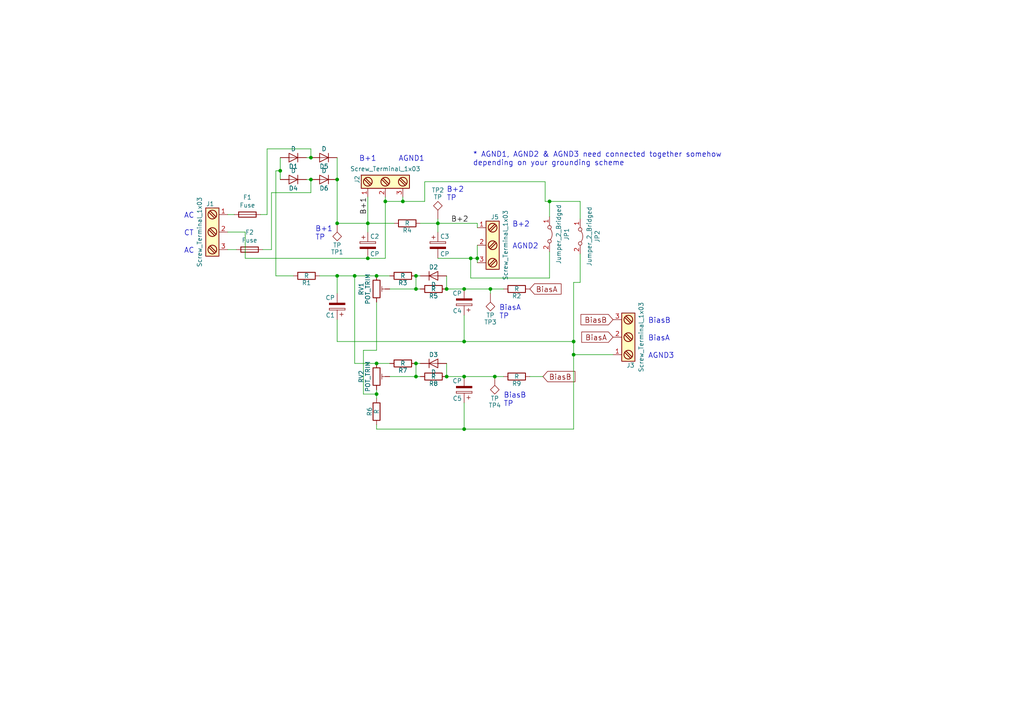
<source format=kicad_sch>
(kicad_sch (version 20211123) (generator eeschema)
  (paper "A4")
  (lib_symbols
    (symbol "Device:Fuse" (pin_numbers hide) (pin_names (offset 0))
      (property "Reference" "F" (at 2.032 0 90))
      (property "Value" "Fuse" (at -1.905 0 90))
      (symbol "Fuse_0_1"
        (rectangle (start -0.762 -2.54) (end 0.762 2.54) (stroke (width 0.254)))
        (polyline (pts (xy 0 2.54) (xy 0 -2.54)))
      )
      (symbol "Fuse_1_1"
        (pin passive line (at 0 3.81 270) (length 1.27) (name "~") (number "1"))
        (pin passive line (at 0 -3.81 90) (length 1.27) (name "~") (number "2"))
      )
    )
    (symbol "Jumper:Jumper_2_Bridged" (pin_names (offset 0) hide)
      (property "Reference" "JP" (at 0 1.905 0))
      (property "Value" "Jumper_2_Bridged" (at 0 -2.54 0))
      (symbol "Jumper_2_Bridged_0_0"
        (circle (center -2.032 0) (radius 0.508))
        (circle (center 2.032 0) (radius 0.508))
      )
      (symbol "Jumper_2_Bridged_0_1"
        (arc (start 1.524 0.254) (mid 0 0.762) (end -1.524 0.254))
      )
      (symbol "Jumper_2_Bridged_1_1"
        (pin passive line (at -5.08 0 0) (length 2.54) (name "A") (number "1"))
        (pin passive line (at 5.08 0 180) (length 2.54) (name "B") (number "2"))
      )
    )
    (symbol "PowerSupply-rescue:CP-device" (pin_numbers hide) (pin_names (offset 0.254))
      (property "Reference" "C" (at 0.635 2.54 0))
      (property "Value" "CP-device" (at 0.635 -2.54 0))
      (symbol "CP-device_0_1"
        (rectangle (start -2.286 0.508) (end -2.286 1.016))
        (rectangle (start -2.286 0.508) (end 2.286 0.508))
        (polyline (pts (xy -1.778 2.286) (xy -0.762 2.286)))
        (polyline (pts (xy -1.27 2.794) (xy -1.27 1.778)))
        (rectangle (start 2.286 -0.508) (end -2.286 -1.016) (fill (type outline)))
        (rectangle (start 2.286 1.016) (end -2.286 1.016))
        (rectangle (start 2.286 1.016) (end 2.286 0.508))
      )
      (symbol "CP-device_1_1"
        (pin passive line (at 0 3.81 270) (length 2.794) (name "~") (number "1"))
        (pin passive line (at 0 -3.81 90) (length 2.794) (name "~") (number "2"))
      )
    )
    (symbol "PowerSupply-rescue:D-device" (pin_numbers hide) (pin_names (offset 1.016) hide)
      (property "Reference" "D" (at 0 2.54 0))
      (property "Value" "D-device" (at 0 -2.54 0))
      (symbol "D-device_0_1"
        (polyline (pts (xy -1.27 1.27) (xy -1.27 -1.27)) (stroke (width 0.2032)))
        (polyline (pts (xy 1.27 0) (xy -1.27 0)))
        (polyline (pts (xy 1.27 1.27) (xy 1.27 -1.27) (xy -1.27 0) (xy 1.27 1.27)) (stroke (width 0.2032)))
      )
      (symbol "D-device_1_1"
        (pin passive line (at -3.81 0 0) (length 2.54) (name "K") (number "1"))
        (pin passive line (at 3.81 0 180) (length 2.54) (name "A") (number "2"))
      )
    )
    (symbol "PowerSupply-rescue:POT_TRIM" (pin_numbers hide) (pin_names (offset 1.016) hide)
      (property "Reference" "RV" (at -4.445 0 90))
      (property "Value" "POT_TRIM" (at -2.54 0 90))
      (symbol "POT_TRIM_0_1"
        (polyline (pts (xy 1.524 0.762) (xy 1.524 -0.762)))
        (polyline (pts (xy 2.54 0) (xy 1.524 0)))
        (rectangle (start 1.016 2.54) (end -1.016 -2.54) (stroke (width 0.254)))
      )
      (symbol "POT_TRIM_1_1"
        (pin passive line (at 0 3.81 270) (length 1.27) (name "1") (number "1"))
        (pin passive line (at 3.81 0 180) (length 1.27) (name "2") (number "2"))
        (pin passive line (at 0 -3.81 90) (length 1.27) (name "3") (number "3"))
      )
    )
    (symbol "PowerSupply-rescue:R-device" (pin_numbers hide) (pin_names (offset 0))
      (property "Reference" "R" (at 2.032 0 90))
      (property "Value" "R-device" (at 0 0 90))
      (symbol "R-device_0_1"
        (rectangle (start -1.016 -2.54) (end 1.016 2.54) (stroke (width 0.254)))
      )
      (symbol "R-device_1_1"
        (pin passive line (at 0 3.81 270) (length 1.27) (name "~") (number "1"))
        (pin passive line (at 0 -3.81 90) (length 1.27) (name "~") (number "2"))
      )
    )
    (symbol "PowerSupply-rescue:Screw_Terminal_1x03" (pin_names (offset 0.762) hide)
      (property "Reference" "J" (at 0 8.89 0))
      (property "Value" "Screw_Terminal_1x03" (at -3.81 0 90))
      (symbol "Screw_Terminal_1x03_0_1"
        (rectangle (start -1.27 6.985) (end 2.54 -6.985) (stroke (width 0.254)) (fill (type background)))
        (polyline (pts (xy -0.381 0.635) (xy 1.27 -1.016)) (stroke (width 0.254)))
        (polyline (pts (xy 0 -4.064) (xy 1.651 -5.715)) (stroke (width 0.254)))
        (polyline (pts (xy 0 6.096) (xy 1.651 4.445)) (stroke (width 0.254)))
        (polyline (pts (xy 1.27 -6.096) (xy -0.381 -4.445)) (stroke (width 0.254)))
        (polyline (pts (xy 1.27 4.064) (xy -0.381 5.715)) (stroke (width 0.254)))
        (polyline (pts (xy 1.651 -0.635) (xy 0 1.016)) (stroke (width 0.254)))
        (circle (center 0.635 -5.08) (radius 1.27) (stroke (width 0.254)))
        (circle (center 0.635 0) (radius 1.27) (stroke (width 0.254)))
        (circle (center 0.635 5.08) (radius 1.27) (stroke (width 0.254)))
      )
      (symbol "Screw_Terminal_1x03_1_1"
        (pin passive line (at 5.08 5.08 180) (length 2.54) (name "~") (number "1"))
        (pin passive line (at 5.08 0 180) (length 2.54) (name "~") (number "2"))
        (pin passive line (at 5.08 -5.08 180) (length 2.54) (name "~") (number "3"))
      )
    )
    (symbol "PowerSupply-rescue:TEST" (pin_numbers hide) (pin_names (offset 1.016) hide)
      (property "Reference" "TP" (at 0 7.62 0))
      (property "Value" "TEST" (at 0 6.35 0))
      (symbol "TEST_0_1"
        (polyline (pts (xy 0 5.08) (xy -1.27 3.81) (xy 0 2.54) (xy 1.27 3.81) (xy 0 5.08) (xy 0 5.08)))
      )
      (symbol "TEST_1_1"
        (pin passive line (at 0 0 90) (length 2.54) (name "~") (number "1"))
      )
    )
  )
  (junction (at 159.385 58.42))
  (junction (at 127 64.77))
  (junction (at 166.37 99.06))
  (junction (at 129.54 83.82))
  (junction (at 166.37 102.87))
  (junction (at 116.84 58.42))
  (junction (at 97.79 52.07))
  (junction (at 97.79 80.01))
  (junction (at 120.65 105.41))
  (junction (at 129.54 109.22))
  (junction (at 143.51 109.22))
  (junction (at 106.68 64.77))
  (junction (at 90.17 45.72))
  (junction (at 136.525 74.93))
  (junction (at 120.65 80.01))
  (junction (at 134.62 99.06))
  (junction (at 134.62 124.46))
  (junction (at 109.22 105.41))
  (junction (at 134.62 109.22))
  (junction (at 142.24 83.82))
  (junction (at 81.28 49.53))
  (junction (at 120.65 83.82))
  (junction (at 138.43 74.93))
  (junction (at 111.76 58.42))
  (junction (at 109.22 80.01))
  (junction (at 109.22 114.3))
  (junction (at 90.17 52.07))
  (junction (at 106.68 74.93))
  (junction (at 97.79 64.77))
  (junction (at 102.87 80.01))
  (junction (at 134.62 83.82))
  (junction (at 120.65 109.22))
  (wire (pts (xy 143.51 109.22) (xy 146.05 109.22)))
  (wire (pts (xy 113.03 109.22) (xy 120.65 109.22)))
  (wire (pts (xy 109.22 105.41) (xy 113.03 105.41)))
  (wire (pts (xy 66.04 67.31) (xy 71.12 67.31)))
  (wire (pts (xy 71.12 67.31) (xy 71.12 74.93)))
  (wire (pts (xy 109.22 113.03) (xy 109.22 114.3)))
  (wire (pts (xy 90.17 52.07) (xy 88.9 52.07)))
  (wire (pts (xy 168.275 63.5) (xy 168.275 58.42)))
  (wire (pts (xy 106.68 57.15) (xy 106.68 64.77)))
  (wire (pts (xy 134.62 124.46) (xy 134.62 116.84)))
  (wire (pts (xy 127 63.5) (xy 127 64.77)))
  (wire (pts (xy 109.22 101.6) (xy 105.41 101.6)))
  (wire (pts (xy 129.54 109.22) (xy 134.62 109.22)))
  (wire (pts (xy 121.92 64.77) (xy 127 64.77)))
  (wire (pts (xy 120.65 109.22) (xy 120.65 105.41)))
  (wire (pts (xy 120.65 80.01) (xy 121.92 80.01)))
  (wire (pts (xy 120.65 109.22) (xy 121.92 109.22)))
  (wire (pts (xy 109.22 124.46) (xy 109.22 123.19)))
  (wire (pts (xy 166.37 102.87) (xy 177.8 102.87)))
  (wire (pts (xy 134.62 99.06) (xy 134.62 91.44)))
  (wire (pts (xy 97.79 52.07) (xy 97.79 64.77)))
  (wire (pts (xy 77.47 43.18) (xy 90.17 43.18)))
  (wire (pts (xy 105.41 114.3) (xy 109.22 114.3)))
  (wire (pts (xy 102.87 105.41) (xy 109.22 105.41)))
  (wire (pts (xy 127 64.77) (xy 138.43 64.77)))
  (wire (pts (xy 134.62 109.22) (xy 143.51 109.22)))
  (wire (pts (xy 113.03 83.82) (xy 120.65 83.82)))
  (wire (pts (xy 97.79 80.01) (xy 102.87 80.01)))
  (wire (pts (xy 120.65 83.82) (xy 121.92 83.82)))
  (wire (pts (xy 120.65 83.82) (xy 120.65 80.01)))
  (wire (pts (xy 116.84 58.42) (xy 123.19 58.42)))
  (wire (pts (xy 138.43 74.93) (xy 136.525 74.93)))
  (wire (pts (xy 105.41 101.6) (xy 105.41 114.3)))
  (wire (pts (xy 90.17 45.72) (xy 88.9 45.72)))
  (wire (pts (xy 97.79 99.06) (xy 97.79 92.71)))
  (wire (pts (xy 111.76 74.93) (xy 111.76 58.42)))
  (wire (pts (xy 97.79 45.72) (xy 97.79 52.07)))
  (wire (pts (xy 127 64.77) (xy 127 67.31)))
  (wire (pts (xy 67.945 62.23) (xy 66.04 62.23)))
  (wire (pts (xy 158.115 52.705) (xy 158.115 58.42)))
  (wire (pts (xy 129.54 80.01) (xy 129.54 83.82)))
  (wire (pts (xy 77.47 62.23) (xy 75.565 62.23)))
  (wire (pts (xy 76.2 72.39) (xy 78.74 72.39)))
  (wire (pts (xy 166.37 81.915) (xy 168.275 81.915)))
  (wire (pts (xy 92.71 80.01) (xy 97.79 80.01)))
  (wire (pts (xy 78.74 72.39) (xy 78.74 55.88)))
  (wire (pts (xy 90.17 55.88) (xy 90.17 52.07)))
  (wire (pts (xy 81.28 45.72) (xy 81.28 49.53)))
  (wire (pts (xy 97.79 99.06) (xy 134.62 99.06)))
  (wire (pts (xy 102.87 80.01) (xy 102.87 105.41)))
  (wire (pts (xy 97.79 80.01) (xy 97.79 85.09)))
  (wire (pts (xy 166.37 99.06) (xy 166.37 102.87)))
  (wire (pts (xy 81.28 49.53) (xy 81.28 52.07)))
  (wire (pts (xy 106.68 74.93) (xy 111.76 74.93)))
  (wire (pts (xy 138.43 64.77) (xy 138.43 66.04)))
  (wire (pts (xy 142.24 83.82) (xy 146.05 83.82)))
  (wire (pts (xy 109.22 80.01) (xy 113.03 80.01)))
  (wire (pts (xy 136.525 80.645) (xy 136.525 74.93)))
  (wire (pts (xy 81.28 49.53) (xy 80.01 49.53)))
  (wire (pts (xy 71.12 74.93) (xy 106.68 74.93)))
  (wire (pts (xy 80.01 80.01) (xy 85.09 80.01)))
  (wire (pts (xy 102.87 80.01) (xy 109.22 80.01)))
  (wire (pts (xy 116.84 58.42) (xy 116.84 57.15)))
  (wire (pts (xy 158.115 58.42) (xy 159.385 58.42)))
  (wire (pts (xy 106.68 64.77) (xy 106.68 67.31)))
  (wire (pts (xy 153.67 109.22) (xy 157.48 109.22)))
  (wire (pts (xy 159.385 62.865) (xy 159.385 58.42)))
  (wire (pts (xy 78.74 55.88) (xy 90.17 55.88)))
  (wire (pts (xy 120.65 105.41) (xy 121.92 105.41)))
  (wire (pts (xy 138.43 74.93) (xy 138.43 76.2)))
  (wire (pts (xy 129.54 83.82) (xy 134.62 83.82)))
  (wire (pts (xy 136.525 80.645) (xy 159.385 80.645)))
  (wire (pts (xy 123.19 52.705) (xy 158.115 52.705)))
  (wire (pts (xy 134.62 124.46) (xy 109.22 124.46)))
  (wire (pts (xy 109.22 114.3) (xy 109.22 115.57)))
  (wire (pts (xy 142.24 85.09) (xy 142.24 83.82)))
  (wire (pts (xy 80.01 49.53) (xy 80.01 80.01)))
  (wire (pts (xy 66.04 72.39) (xy 68.58 72.39)))
  (wire (pts (xy 111.76 58.42) (xy 116.84 58.42)))
  (wire (pts (xy 109.22 87.63) (xy 109.22 101.6)))
  (wire (pts (xy 166.37 124.46) (xy 134.62 124.46)))
  (wire (pts (xy 134.62 83.82) (xy 142.24 83.82)))
  (wire (pts (xy 159.385 73.025) (xy 159.385 80.645)))
  (wire (pts (xy 106.68 64.77) (xy 114.3 64.77)))
  (wire (pts (xy 77.47 43.18) (xy 77.47 62.23)))
  (wire (pts (xy 138.43 71.12) (xy 138.43 74.93)))
  (wire (pts (xy 136.525 74.93) (xy 127 74.93)))
  (wire (pts (xy 134.62 99.06) (xy 166.37 99.06)))
  (wire (pts (xy 166.37 99.06) (xy 166.37 81.915)))
  (wire (pts (xy 123.19 58.42) (xy 123.19 52.705)))
  (wire (pts (xy 168.275 81.915) (xy 168.275 73.66)))
  (wire (pts (xy 97.79 64.77) (xy 106.68 64.77)))
  (wire (pts (xy 111.76 58.42) (xy 111.76 57.15)))
  (wire (pts (xy 129.54 105.41) (xy 129.54 109.22)))
  (wire (pts (xy 166.37 102.87) (xy 166.37 124.46)))
  (wire (pts (xy 90.17 43.18) (xy 90.17 45.72)))
  (wire (pts (xy 159.385 58.42) (xy 168.275 58.42)))
  (text "B+2\nTP" (at 129.54 58.42 0) (effects (font (size 1.524 1.524)) (justify left bottom)))
  (text "B+1\nTP" (at 91.44 69.85 0) (effects (font (size 1.524 1.524)) (justify left bottom)))
  (text "AC" (at 53.34 63.5 0) (effects (font (size 1.524 1.524)) (justify left bottom)))
  (text "BiasB" (at 187.96 93.98 0) (effects (font (size 1.524 1.524)) (justify left bottom)))
  (text "AC" (at 53.34 73.66 0) (effects (font (size 1.524 1.524)) (justify left bottom)))
  (text "BiasA\nTP" (at 144.78 92.71 0) (effects (font (size 1.524 1.524)) (justify left bottom)))
  (text "* AGND1, AGND2 & AGND3 need connected together somehow\ndepending on your grounding scheme" (at 137.16 48.26 0) (effects (font (size 1.524 1.524)) (justify left bottom)))
  (text "AGND2" (at 148.59 72.39 0) (effects (font (size 1.524 1.524)) (justify left bottom)))
  (text "B+2" (at 148.59 66.04 0) (effects (font (size 1.524 1.524)) (justify left bottom)))
  (text "BiasB\nTP" (at 146.05 118.11 0) (effects (font (size 1.524 1.524)) (justify left bottom)))
  (text "B+1" (at 104.14 46.99 0) (effects (font (size 1.524 1.524)) (justify left bottom)))
  (text "BiasA" (at 187.96 99.06 0) (effects (font (size 1.524 1.524)) (justify left bottom)))
  (text "AGND1" (at 115.57 46.99 0) (effects (font (size 1.524 1.524)) (justify left bottom)))
  (text "CT" (at 53.34 68.58 0) (effects (font (size 1.524 1.524)) (justify left bottom)))
  (text "AGND3" (at 187.96 104.14 0) (effects (font (size 1.524 1.524)) (justify left bottom)))
  (label "B+1" (at 106.68 62.23 90) (effects (font (size 1.524 1.524))))
  (label "B+2" (at 130.81 64.77 0) (effects (font (size 1.524 1.524))))
  (global_label "BiasA" (shape input) (at 177.8 97.79 180) (effects (font (size 1.524 1.524))) (property "Intersheet References" "${INTERSHEET_REFS}" (effects hide)))
  (global_label "BiasB" (shape input) (at 177.8 92.71 180) (effects (font (size 1.524 1.524))) (property "Intersheet References" "${INTERSHEET_REFS}" (effects hide)))
  (global_label "BiasA" (shape input) (at 153.67 83.82 0) (effects (font (size 1.524 1.524))) (property "Intersheet References" "${INTERSHEET_REFS}" (effects hide)))
  (global_label "BiasB" (shape input) (at 157.48 109.22 0) (effects (font (size 1.524 1.524))) (property "Intersheet References" "${INTERSHEET_REFS}" (effects hide)))
  (symbol (lib_id "PowerSupply-rescue:CP-device") (at 106.68 71.12 0) (unit 1)
    (property "Reference" "C2" (at 107.315 68.58 0) (effects (justify left)))
    (property "Value" "CP" (at 107.315 73.66 0) (effects (justify left)))
    (property "Footprint" "Capacitor_THT:CP_Radial_D18.0mm_P7.50mm" (effects hide))
  )
  (symbol (lib_id "PowerSupply-rescue:CP-device") (at 127 71.12 0) (unit 1)
    (property "Reference" "C3" (at 127.635 68.58 0) (effects (justify left)))
    (property "Value" "CP" (at 127.635 73.66 0) (effects (justify left)))
    (property "Footprint" "Capacitor_THT:CP_Radial_D18.0mm_P7.50mm" (effects hide))
  )
  (symbol (lib_id "PowerSupply-rescue:CP-device") (at 97.79 88.9 180) (unit 1)
    (property "Reference" "C1" (at 97.155 91.44 0) (effects (justify left)))
    (property "Value" "CP" (at 97.155 86.36 0) (effects (justify left)))
    (property "Footprint" "Capacitors_THT:CP_Radial_D10.0mm_P2.50mm_P5.00mm" (effects hide))
    (property "MFR" "Nichicon" (effects hide))
    (property "MPN" "UPW2C100MPD" (effects hide))
    (property "SPN" "647-UPW2C100MPD" (effects hide))
  )
  (symbol (lib_id "PowerSupply-rescue:R-device") (at 118.11 64.77 270) (unit 1)
    (property "Reference" "R4" (at 118.11 66.802 90))
    (property "Value" "R" (at 118.11 64.77 90))
    (property "Footprint" "Resistor_THT:R_Axial_Power_L48.0mm_W12.5mm_P55.88mm" (effects hide))
  )
  (symbol (lib_id "PowerSupply-rescue:Screw_Terminal_1x03") (at 60.96 67.31 0) (unit 1)
    (property "Reference" "J1" (at 60.96 58.42 0) (effects (justify top)))
    (property "Value" "Screw_Terminal_1x03" (at 57.15 67.31 90) (effects (justify top)))
    (property "Footprint" "Connectors_Phoenix:PhoenixContact_MCV-G_03x5.08mm_Vertical" (effects hide))
    (property "MPN" "1729131" (effects hide))
    (property "SPN" "651-1729131" (effects hide))
  )
  (symbol (lib_id "PowerSupply-rescue:R-device") (at 88.9 80.01 270) (unit 1)
    (property "Reference" "R1" (at 88.9 82.042 90))
    (property "Value" "R" (at 88.9 80.01 90))
    (property "Footprint" "Resistor_THT:R_Axial_DIN0516_L15.5mm_D5.0mm_P20.32mm_Horizontal" (effects hide))
  )
  (symbol (lib_id "PowerSupply-rescue:POT_TRIM") (at 109.22 83.82 0) (unit 1)
    (property "Reference" "RV1" (at 104.775 83.82 90))
    (property "Value" "POT_TRIM" (at 106.68 83.82 90))
    (property "Footprint" "Potentiometers:Potentiometer_Trimmer_Bourns_3339S_Vertical" (effects hide))
    (property "MFR" "Bournes" (effects hide))
    (property "MPN" "3386P-1-103TLF" (effects hide))
    (property "SPN" "652-3386P-1-103TLF" (effects hide))
  )
  (symbol (lib_id "PowerSupply-rescue:R-device") (at 116.84 80.01 270) (unit 1)
    (property "Reference" "R3" (at 116.84 82.042 90))
    (property "Value" "R" (at 116.84 80.01 90))
    (property "Footprint" "Resistors_THT:R_Axial_DIN0309_L9.0mm_D3.2mm_P12.70mm_Horizontal" (effects hide))
  )
  (symbol (lib_id "PowerSupply-rescue:CP-device") (at 134.62 87.63 180) (unit 1)
    (property "Reference" "C4" (at 133.985 90.17 0) (effects (justify left)))
    (property "Value" "CP" (at 133.985 85.09 0) (effects (justify left)))
    (property "Footprint" "Capacitors_THT:CP_Radial_D10.0mm_P2.50mm_P5.00mm" (effects hide))
    (property "MFR" "Nichicon" (effects hide))
    (property "MPN" "UPW2C100MPD" (effects hide))
    (property "SPN" "647-UPW2C100MPD" (effects hide))
  )
  (symbol (lib_id "PowerSupply-rescue:R-device") (at 125.73 83.82 270) (unit 1)
    (property "Reference" "R5" (at 125.73 85.852 90))
    (property "Value" "R" (at 125.73 83.82 90))
    (property "Footprint" "Resistors_THT:R_Axial_DIN0309_L9.0mm_D3.2mm_P12.70mm_Horizontal" (effects hide))
  )
  (symbol (lib_id "PowerSupply-rescue:D-device") (at 125.73 80.01 0) (unit 1)
    (property "Reference" "D2" (at 125.73 77.47 0))
    (property "Value" "D" (at 125.73 82.55 0))
    (property "Footprint" "Diodes_THT:Diode_DO-41_SOD81_Horizontal_RM10" (effects hide))
  )
  (symbol (lib_id "PowerSupply-rescue:POT_TRIM") (at 109.22 109.22 0) (unit 1)
    (property "Reference" "RV2" (at 104.775 109.22 90))
    (property "Value" "POT_TRIM" (at 106.68 109.22 90))
    (property "Footprint" "Potentiometers:Potentiometer_Trimmer_Bourns_3339S_Vertical" (effects hide))
    (property "MFR" "Bournes" (effects hide))
    (property "MPN" "3386P-1-103TLF" (effects hide))
    (property "SPN" "652-3386P-1-103TLF" (effects hide))
  )
  (symbol (lib_id "PowerSupply-rescue:R-device") (at 109.22 119.38 180) (unit 1)
    (property "Reference" "R6" (at 107.188 119.38 90))
    (property "Value" "R" (at 109.22 119.38 90))
    (property "Footprint" "Resistors_THT:R_Axial_DIN0309_L9.0mm_D3.2mm_P12.70mm_Horizontal" (effects hide))
  )
  (symbol (lib_id "PowerSupply-rescue:R-device") (at 116.84 105.41 270) (unit 1)
    (property "Reference" "R7" (at 116.84 107.442 90))
    (property "Value" "R" (at 116.84 105.41 90))
    (property "Footprint" "Resistors_THT:R_Axial_DIN0309_L9.0mm_D3.2mm_P12.70mm_Horizontal" (effects hide))
  )
  (symbol (lib_id "PowerSupply-rescue:CP-device") (at 134.62 113.03 180) (unit 1)
    (property "Reference" "C5" (at 133.985 115.57 0) (effects (justify left)))
    (property "Value" "CP" (at 133.985 110.49 0) (effects (justify left)))
    (property "Footprint" "Capacitors_THT:CP_Radial_D10.0mm_P2.50mm_P5.00mm" (effects hide))
    (property "MFR" "Nichicon" (effects hide))
    (property "MPN" "UPW2C100MPD" (effects hide))
    (property "SPN" "647-UPW2C100MPD" (effects hide))
  )
  (symbol (lib_id "PowerSupply-rescue:R-device") (at 125.73 109.22 270) (unit 1)
    (property "Reference" "R8" (at 125.73 111.252 90))
    (property "Value" "R" (at 125.73 109.22 90))
    (property "Footprint" "Resistors_THT:R_Axial_DIN0309_L9.0mm_D3.2mm_P12.70mm_Horizontal" (effects hide))
  )
  (symbol (lib_id "PowerSupply-rescue:D-device") (at 125.73 105.41 0) (unit 1)
    (property "Reference" "D3" (at 125.73 102.87 0))
    (property "Value" "D" (at 125.73 107.95 0))
    (property "Footprint" "Diodes_THT:Diode_DO-41_SOD81_Horizontal_RM10" (effects hide))
  )
  (symbol (lib_id "PowerSupply-rescue:Screw_Terminal_1x03") (at 143.51 71.12 0) (mirror y) (unit 1)
    (property "Reference" "J5" (at 143.51 62.23 0) (effects (justify top)))
    (property "Value" "Screw_Terminal_1x03" (at 147.32 71.12 90) (effects (justify top)))
    (property "Footprint" "Connectors_Phoenix:PhoenixContact_MCV-G_03x5.08mm_Vertical" (effects hide))
    (property "MPN" "1729131" (effects hide))
    (property "SPN" "651-1729131" (effects hide))
  )
  (symbol (lib_id "PowerSupply-rescue:Screw_Terminal_1x03") (at 111.76 52.07 90) (mirror x) (unit 1)
    (property "Reference" "J2" (at 102.87 52.07 0) (effects (justify top)))
    (property "Value" "Screw_Terminal_1x03" (at 111.76 48.26 90) (effects (justify top)))
    (property "Footprint" "Connectors_Phoenix:PhoenixContact_MCV-G_03x5.08mm_Vertical" (effects hide))
    (property "MPN" "1729131" (effects hide))
    (property "SPN" "651-1729131" (effects hide))
  )
  (symbol (lib_id "PowerSupply-rescue:Screw_Terminal_1x03") (at 182.88 97.79 180) (unit 1)
    (property "Reference" "J3" (at 182.88 106.68 0) (effects (justify top)))
    (property "Value" "Screw_Terminal_1x03" (at 186.69 97.79 90) (effects (justify top)))
    (property "Footprint" "Connectors_Phoenix:PhoenixContact_MCV-G_03x5.08mm_Vertical" (effects hide))
    (property "MPN" "1729131" (effects hide))
    (property "SPN" "651-1729131" (effects hide))
  )
  (symbol (lib_id "PowerSupply-rescue:D-device") (at 85.09 52.07 180) (unit 1)
    (property "Reference" "D4" (at 85.09 54.61 0))
    (property "Value" "D" (at 85.09 49.53 0))
    (property "Footprint" "Diodes_THT:Diode_DO-41_SOD81_Horizontal_RM10" (effects hide))
  )
  (symbol (lib_id "PowerSupply-rescue:D-device") (at 93.98 52.07 180) (unit 1)
    (property "Reference" "D6" (at 93.98 54.61 0))
    (property "Value" "D" (at 93.98 49.53 0))
    (property "Footprint" "Diodes_THT:Diode_DO-41_SOD81_Horizontal_RM10" (effects hide))
  )
  (symbol (lib_id "PowerSupply-rescue:D-device") (at 85.09 45.72 180) (unit 1)
    (property "Reference" "D1" (at 85.09 48.26 0))
    (property "Value" "D" (at 85.09 43.18 0))
    (property "Footprint" "Diodes_THT:Diode_DO-41_SOD81_Horizontal_RM10" (effects hide))
  )
  (symbol (lib_id "PowerSupply-rescue:D-device") (at 93.98 45.72 180) (unit 1)
    (property "Reference" "D5" (at 93.98 48.26 0))
    (property "Value" "D" (at 93.98 43.18 0))
    (property "Footprint" "Diodes_THT:Diode_DO-41_SOD81_Horizontal_RM10" (effects hide))
  )
  (symbol (lib_id "PowerSupply-rescue:TEST") (at 97.79 64.77 180) (unit 1)
    (property "Reference" "TP1" (at 97.79 72.39 0) (effects (justify bottom)))
    (property "Value" "TP" (at 97.79 71.12 0))
    (property "Footprint" "Measurement_Points:Test_Point_Keystone_5005-5009_Compact" (effects hide))
    (property "SPN" "534-5006" (effects hide))
  )
  (symbol (lib_id "PowerSupply-rescue:TEST") (at 127 63.5 0) (unit 1)
    (property "Reference" "TP2" (at 127 55.88 0) (effects (justify bottom)))
    (property "Value" "TP" (at 127 57.15 0))
    (property "Footprint" "Measurement_Points:Test_Point_Keystone_5005-5009_Compact" (effects hide))
    (property "SPN" "534-5006" (effects hide))
  )
  (symbol (lib_id "PowerSupply-rescue:TEST") (at 142.24 85.09 180) (unit 1)
    (property "Reference" "TP3" (at 142.24 92.71 0) (effects (justify bottom)))
    (property "Value" "TP" (at 142.24 91.44 0))
    (property "Footprint" "Measurement_Points:Test_Point_Keystone_5005-5009_Compact" (effects hide))
    (property "SPN" "534-5006" (effects hide))
  )
  (symbol (lib_id "PowerSupply-rescue:TEST") (at 143.51 109.22 180) (unit 1)
    (property "Reference" "TP4" (at 143.51 116.84 0) (effects (justify bottom)))
    (property "Value" "TP" (at 143.51 115.57 0))
    (property "Footprint" "Measurement_Points:Test_Point_Keystone_5005-5009_Compact" (effects hide))
    (property "SPN" "534-5006" (effects hide))
  )
  (symbol (lib_id "PowerSupply-rescue:R-device") (at 149.86 83.82 270) (unit 1)
    (property "Reference" "R2" (at 149.86 85.852 90))
    (property "Value" "R" (at 149.86 83.82 90))
    (property "Footprint" "Resistors_THT:R_Axial_DIN0309_L9.0mm_D3.2mm_P12.70mm_Horizontal" (effects hide))
  )
  (symbol (lib_id "PowerSupply-rescue:R-device") (at 149.86 109.22 270) (unit 1)
    (property "Reference" "R9" (at 149.86 111.252 90))
    (property "Value" "R" (at 149.86 109.22 90))
    (property "Footprint" "Resistors_THT:R_Axial_DIN0309_L9.0mm_D3.2mm_P12.70mm_Horizontal" (effects hide))
  )
  (symbol (lib_id "Jumper:Jumper_2_Bridged") (at 168.275 68.58 270) (unit 1)
    (property "Reference" "JP2" (at 173.228 68.58 0))
    (property "Value" "Jumper_2_Bridged" (at 170.9166 68.58 0))
    (property "Footprint" "Jumper:SolderJumper-2_P1.3mm_Bridged_RoundedPad1.0x1.5mm" (effects hide))
  )
  (symbol (lib_id "Device:Fuse") (at 71.755 62.23 270) (unit 1)
    (property "Reference" "F1" (at 71.755 57.2262 90))
    (property "Value" "Fuse" (at 71.755 59.5376 90))
    (property "Footprint" "Fuse:Fuseholder_Cylinder-5x20mm_Schurter_0031_8201_Horizontal_Open" (effects hide))
  )
  (symbol (lib_id "Device:Fuse") (at 72.39 72.39 270) (unit 1)
    (property "Reference" "F2" (at 72.39 67.3862 90))
    (property "Value" "Fuse" (at 72.39 69.6976 90))
    (property "Footprint" "Fuse:Fuseholder_Cylinder-5x20mm_Schurter_0031_8201_Horizontal_Open" (effects hide))
  )
  (symbol (lib_id "Jumper:Jumper_2_Bridged") (at 159.385 67.945 270) (unit 1)
    (property "Reference" "JP1" (at 164.338 67.945 0))
    (property "Value" "Jumper_2_Bridged" (at 162.0266 67.945 0))
    (property "Footprint" "Jumper:SolderJumper-2_P1.3mm_Bridged_RoundedPad1.0x1.5mm" (effects hide))
  )
)
</source>
